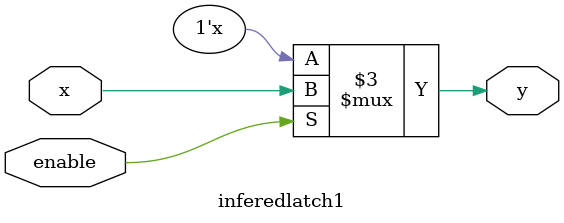
<source format=sv>
module inferedlatch1 (
        input logic x, enable,
        output logic y
        );
    always_comb begin
        if (enable==1)
            y <= x;
    end
endmodule

</source>
